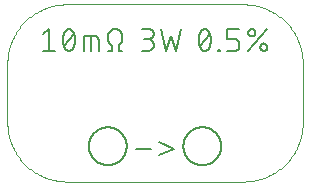
<source format=gto>
G04 EAGLE Gerber RS-274X export*
G75*
%MOMM*%
%FSLAX35Y35*%
%LPD*%
%INsilk_top*%
%IPPOS*%
%AMOC8*
5,1,8,0,0,1.08239X$1,22.5*%
G01*
%ADD10C,0.152400*%
%ADD11C,0.000000*%
%ADD12C,0.200000*%


D10*
X-952218Y451322D02*
X-900896Y492380D01*
X-900896Y307620D01*
X-952218Y307620D02*
X-849574Y307620D01*
X-779719Y400000D02*
X-779676Y403635D01*
X-779545Y407267D01*
X-779329Y410895D01*
X-779025Y414517D01*
X-778636Y418131D01*
X-778160Y421735D01*
X-777598Y425326D01*
X-776951Y428903D01*
X-776218Y432463D01*
X-775401Y436005D01*
X-774499Y439526D01*
X-773514Y443025D01*
X-772445Y446499D01*
X-771294Y449946D01*
X-770060Y453366D01*
X-768746Y456754D01*
X-767351Y460111D01*
X-765876Y463433D01*
X-764322Y466719D01*
X-764321Y466719D02*
X-764011Y467589D01*
X-763680Y468451D01*
X-763328Y469305D01*
X-762955Y470151D01*
X-762562Y470986D01*
X-762148Y471812D01*
X-761715Y472628D01*
X-761262Y473433D01*
X-760789Y474227D01*
X-760297Y475009D01*
X-759787Y475779D01*
X-759257Y476536D01*
X-758710Y477280D01*
X-758145Y478010D01*
X-757562Y478727D01*
X-756961Y479429D01*
X-756344Y480116D01*
X-755711Y480788D01*
X-755061Y481445D01*
X-754395Y482085D01*
X-753714Y482710D01*
X-753018Y483317D01*
X-752308Y483907D01*
X-751583Y484480D01*
X-750845Y485035D01*
X-750093Y485572D01*
X-749328Y486091D01*
X-748551Y486590D01*
X-747763Y487071D01*
X-746962Y487532D01*
X-746151Y487974D01*
X-745329Y488396D01*
X-744498Y488798D01*
X-743656Y489179D01*
X-742806Y489540D01*
X-741947Y489880D01*
X-741080Y490199D01*
X-740206Y490497D01*
X-739324Y490774D01*
X-738437Y491029D01*
X-737543Y491262D01*
X-736644Y491474D01*
X-735740Y491663D01*
X-734831Y491831D01*
X-733919Y491976D01*
X-733003Y492099D01*
X-732085Y492200D01*
X-731165Y492279D01*
X-730243Y492335D01*
X-729320Y492369D01*
X-728396Y492380D01*
X-727472Y492369D01*
X-726549Y492335D01*
X-725627Y492279D01*
X-724707Y492200D01*
X-723789Y492099D01*
X-722873Y491976D01*
X-721961Y491831D01*
X-721052Y491663D01*
X-720148Y491474D01*
X-719249Y491262D01*
X-718355Y491029D01*
X-717468Y490774D01*
X-716586Y490497D01*
X-715712Y490199D01*
X-714845Y489880D01*
X-713986Y489540D01*
X-713136Y489179D01*
X-712294Y488798D01*
X-711463Y488396D01*
X-710641Y487974D01*
X-709830Y487532D01*
X-709029Y487071D01*
X-708240Y486590D01*
X-707464Y486091D01*
X-706699Y485572D01*
X-705947Y485035D01*
X-705209Y484480D01*
X-704484Y483907D01*
X-703774Y483317D01*
X-703078Y482710D01*
X-702397Y482085D01*
X-701731Y481445D01*
X-701081Y480788D01*
X-700448Y480116D01*
X-699831Y479429D01*
X-699230Y478727D01*
X-698647Y478010D01*
X-698082Y477280D01*
X-697535Y476536D01*
X-697005Y475779D01*
X-696495Y475009D01*
X-696003Y474227D01*
X-695530Y473433D01*
X-695077Y472628D01*
X-694644Y471812D01*
X-694230Y470986D01*
X-693837Y470150D01*
X-693464Y469305D01*
X-693112Y468451D01*
X-692781Y467589D01*
X-692471Y466719D01*
X-690917Y463433D01*
X-689442Y460110D01*
X-688047Y456754D01*
X-686733Y453365D01*
X-685499Y449946D01*
X-684348Y446498D01*
X-683279Y443024D01*
X-682294Y439526D01*
X-681392Y436004D01*
X-680575Y432463D01*
X-679842Y428903D01*
X-679195Y425326D01*
X-678633Y421735D01*
X-678157Y418131D01*
X-677768Y414517D01*
X-677464Y410895D01*
X-677248Y407267D01*
X-677117Y403635D01*
X-677074Y400000D01*
X-779718Y400000D02*
X-779675Y396365D01*
X-779544Y392733D01*
X-779328Y389105D01*
X-779024Y385483D01*
X-778635Y381869D01*
X-778159Y378265D01*
X-777597Y374674D01*
X-776950Y371097D01*
X-776217Y367537D01*
X-775400Y363995D01*
X-774498Y360474D01*
X-773513Y356976D01*
X-772444Y353501D01*
X-771293Y350054D01*
X-770060Y346635D01*
X-768745Y343246D01*
X-767350Y339889D01*
X-765875Y336567D01*
X-764322Y333281D01*
X-764321Y333281D02*
X-764011Y332411D01*
X-763680Y331548D01*
X-763327Y330694D01*
X-762955Y329849D01*
X-762561Y329013D01*
X-762148Y328187D01*
X-761715Y327372D01*
X-761261Y326567D01*
X-760789Y325773D01*
X-760297Y324991D01*
X-759786Y324221D01*
X-759257Y323464D01*
X-758710Y322720D01*
X-758144Y321990D01*
X-757561Y321273D01*
X-756961Y320571D01*
X-756344Y319884D01*
X-755710Y319211D01*
X-755061Y318555D01*
X-754395Y317914D01*
X-753714Y317290D01*
X-753018Y316683D01*
X-752307Y316093D01*
X-751583Y315520D01*
X-750844Y314965D01*
X-750093Y314428D01*
X-749328Y313909D01*
X-748551Y313410D01*
X-747763Y312929D01*
X-746962Y312468D01*
X-746151Y312026D01*
X-745329Y311604D01*
X-744497Y311202D01*
X-743656Y310821D01*
X-742806Y310460D01*
X-741947Y310120D01*
X-741080Y309801D01*
X-740206Y309503D01*
X-739324Y309226D01*
X-738437Y308971D01*
X-737543Y308738D01*
X-736644Y308526D01*
X-735739Y308337D01*
X-734831Y308169D01*
X-733919Y308024D01*
X-733003Y307901D01*
X-732085Y307800D01*
X-731165Y307721D01*
X-730243Y307665D01*
X-729320Y307631D01*
X-728396Y307620D01*
X-692470Y333281D02*
X-690916Y336567D01*
X-689441Y339889D01*
X-688046Y343245D01*
X-686732Y346634D01*
X-685498Y350053D01*
X-684347Y353501D01*
X-683278Y356975D01*
X-682293Y360474D01*
X-681391Y363995D01*
X-680574Y367537D01*
X-679841Y371097D01*
X-679194Y374674D01*
X-678632Y378265D01*
X-678156Y381869D01*
X-677767Y385482D01*
X-677463Y389105D01*
X-677247Y392733D01*
X-677116Y396365D01*
X-677073Y400000D01*
X-692471Y333281D02*
X-692781Y332411D01*
X-693112Y331548D01*
X-693464Y330694D01*
X-693837Y329849D01*
X-694230Y329013D01*
X-694644Y328187D01*
X-695077Y327372D01*
X-695531Y326567D01*
X-696003Y325773D01*
X-696495Y324991D01*
X-697005Y324221D01*
X-697535Y323464D01*
X-698082Y322720D01*
X-698647Y321990D01*
X-699230Y321273D01*
X-699831Y320571D01*
X-700448Y319884D01*
X-701082Y319211D01*
X-701731Y318555D01*
X-702397Y317914D01*
X-703078Y317290D01*
X-703774Y316683D01*
X-704484Y316093D01*
X-705209Y315520D01*
X-705948Y314965D01*
X-706699Y314428D01*
X-707464Y313909D01*
X-708241Y313410D01*
X-709029Y312929D01*
X-709830Y312468D01*
X-710641Y312026D01*
X-711463Y311604D01*
X-712294Y311202D01*
X-713136Y310821D01*
X-713986Y310460D01*
X-714845Y310120D01*
X-715712Y309801D01*
X-716586Y309503D01*
X-717468Y309226D01*
X-718355Y308971D01*
X-719249Y308738D01*
X-720148Y308526D01*
X-721052Y308337D01*
X-721961Y308169D01*
X-722873Y308024D01*
X-723789Y307901D01*
X-724707Y307800D01*
X-725627Y307721D01*
X-726549Y307665D01*
X-727472Y307631D01*
X-728396Y307620D01*
X-769454Y348678D02*
X-687338Y451322D01*
X-600233Y430793D02*
X-600233Y307620D01*
X-600233Y430793D02*
X-507853Y430793D01*
X-507109Y430784D01*
X-506365Y430757D01*
X-505623Y430712D01*
X-504881Y430649D01*
X-504141Y430568D01*
X-503404Y430470D01*
X-502669Y430353D01*
X-501937Y430219D01*
X-501208Y430068D01*
X-500484Y429898D01*
X-499763Y429711D01*
X-499048Y429507D01*
X-498337Y429286D01*
X-497633Y429047D01*
X-496934Y428792D01*
X-496241Y428520D01*
X-495555Y428231D01*
X-494877Y427925D01*
X-494206Y427604D01*
X-493543Y427266D01*
X-492888Y426912D01*
X-492242Y426543D01*
X-491605Y426158D01*
X-490978Y425757D01*
X-490361Y425342D01*
X-489753Y424912D01*
X-489157Y424467D01*
X-488571Y424009D01*
X-487996Y423536D01*
X-487433Y423049D01*
X-486882Y422549D01*
X-486344Y422035D01*
X-485818Y421509D01*
X-485304Y420971D01*
X-484804Y420420D01*
X-484317Y419857D01*
X-483844Y419282D01*
X-483386Y418696D01*
X-482941Y418100D01*
X-482511Y417492D01*
X-482096Y416875D01*
X-481695Y416248D01*
X-481310Y415611D01*
X-480941Y414965D01*
X-480587Y414310D01*
X-480249Y413647D01*
X-479928Y412976D01*
X-479622Y412298D01*
X-479333Y411612D01*
X-479061Y410919D01*
X-478806Y410220D01*
X-478567Y409516D01*
X-478346Y408805D01*
X-478142Y408090D01*
X-477955Y407369D01*
X-477785Y406645D01*
X-477634Y405916D01*
X-477500Y405184D01*
X-477383Y404449D01*
X-477285Y403712D01*
X-477204Y402972D01*
X-477141Y402230D01*
X-477096Y401488D01*
X-477069Y400744D01*
X-477060Y400000D01*
X-477059Y400000D02*
X-477059Y307620D01*
X-538646Y307620D02*
X-538646Y430793D01*
X-398983Y430793D02*
X-398965Y432281D01*
X-398911Y433768D01*
X-398821Y435254D01*
X-398696Y436737D01*
X-398534Y438216D01*
X-398337Y439691D01*
X-398104Y441161D01*
X-397836Y442625D01*
X-397532Y444082D01*
X-397193Y445531D01*
X-396820Y446972D01*
X-396412Y448403D01*
X-395969Y449824D01*
X-395492Y451234D01*
X-394981Y452632D01*
X-394436Y454017D01*
X-393859Y455388D01*
X-393248Y456746D01*
X-392604Y458088D01*
X-391929Y459414D01*
X-391221Y460723D01*
X-390482Y462015D01*
X-389712Y463289D01*
X-388912Y464543D01*
X-388081Y465778D01*
X-387221Y466993D01*
X-386332Y468186D01*
X-385414Y469358D01*
X-384468Y470507D01*
X-383495Y471633D01*
X-382494Y472735D01*
X-381468Y473812D01*
X-380415Y474864D01*
X-379338Y475891D01*
X-378236Y476891D01*
X-377110Y477865D01*
X-375961Y478811D01*
X-374789Y479729D01*
X-373596Y480618D01*
X-372382Y481478D01*
X-371147Y482309D01*
X-369892Y483109D01*
X-368618Y483879D01*
X-367326Y484618D01*
X-366017Y485326D01*
X-364691Y486001D01*
X-363349Y486645D01*
X-361992Y487255D01*
X-360620Y487833D01*
X-359235Y488378D01*
X-357837Y488889D01*
X-356427Y489366D01*
X-355007Y489808D01*
X-353575Y490217D01*
X-352135Y490590D01*
X-350686Y490929D01*
X-349229Y491233D01*
X-347765Y491501D01*
X-346295Y491734D01*
X-344820Y491931D01*
X-343340Y492092D01*
X-341857Y492218D01*
X-340371Y492308D01*
X-338884Y492362D01*
X-337396Y492380D01*
X-398983Y430793D02*
X-398983Y410264D01*
X-398966Y408867D01*
X-398916Y407471D01*
X-398832Y406076D01*
X-398715Y404684D01*
X-398564Y403296D01*
X-398380Y401911D01*
X-398163Y400531D01*
X-397913Y399156D01*
X-397629Y397788D01*
X-397313Y396427D01*
X-396965Y395075D01*
X-396584Y393730D01*
X-396171Y392396D01*
X-395725Y391072D01*
X-395249Y389759D01*
X-394741Y388457D01*
X-394201Y387169D01*
X-393631Y385893D01*
X-393031Y384632D01*
X-392400Y383385D01*
X-391740Y382154D01*
X-391050Y380939D01*
X-390331Y379741D01*
X-389584Y378561D01*
X-388808Y377399D01*
X-388005Y376256D01*
X-387175Y375132D01*
X-386318Y374029D01*
X-385434Y372947D01*
X-384525Y371886D01*
X-383591Y370847D01*
X-382632Y369832D01*
X-381649Y368839D01*
X-380642Y367870D01*
X-379613Y366926D01*
X-378561Y366007D01*
X-377487Y365113D01*
X-376392Y364246D01*
X-375277Y363404D01*
X-374141Y362590D01*
X-372987Y361804D01*
X-371814Y361045D01*
X-370623Y360315D01*
X-369414Y359614D01*
X-368190Y358941D01*
X-368189Y358942D02*
X-368189Y307620D01*
X-398983Y307620D01*
X-275809Y430793D02*
X-275827Y432281D01*
X-275881Y433768D01*
X-275971Y435254D01*
X-276097Y436737D01*
X-276258Y438216D01*
X-276455Y439692D01*
X-276688Y441162D01*
X-276956Y442626D01*
X-277260Y444083D01*
X-277599Y445532D01*
X-277972Y446972D01*
X-278381Y448404D01*
X-278823Y449824D01*
X-279300Y451234D01*
X-279811Y452632D01*
X-280356Y454017D01*
X-280934Y455389D01*
X-281544Y456746D01*
X-282188Y458088D01*
X-282863Y459414D01*
X-283571Y460723D01*
X-284310Y462015D01*
X-285080Y463289D01*
X-285880Y464543D01*
X-286711Y465778D01*
X-287571Y466993D01*
X-288460Y468186D01*
X-289378Y469358D01*
X-290324Y470507D01*
X-291297Y471633D01*
X-292298Y472735D01*
X-293324Y473812D01*
X-294377Y474865D01*
X-295454Y475891D01*
X-296556Y476892D01*
X-297682Y477865D01*
X-298831Y478811D01*
X-300003Y479729D01*
X-301196Y480618D01*
X-302411Y481478D01*
X-303646Y482309D01*
X-304900Y483109D01*
X-306174Y483879D01*
X-307466Y484618D01*
X-308775Y485326D01*
X-310101Y486001D01*
X-311443Y486645D01*
X-312800Y487255D01*
X-314172Y487833D01*
X-315557Y488378D01*
X-316955Y488889D01*
X-318365Y489366D01*
X-319785Y489808D01*
X-321217Y490217D01*
X-322657Y490590D01*
X-324106Y490929D01*
X-325563Y491233D01*
X-327027Y491501D01*
X-328497Y491734D01*
X-329973Y491931D01*
X-331452Y492092D01*
X-332935Y492218D01*
X-334421Y492308D01*
X-335908Y492362D01*
X-337396Y492380D01*
X-275809Y430793D02*
X-275809Y410264D01*
X-275826Y408867D01*
X-275876Y407471D01*
X-275960Y406076D01*
X-276077Y404684D01*
X-276228Y403296D01*
X-276412Y401911D01*
X-276629Y400531D01*
X-276879Y399156D01*
X-277163Y397788D01*
X-277479Y396427D01*
X-277827Y395075D01*
X-278208Y393730D01*
X-278621Y392396D01*
X-279067Y391072D01*
X-279543Y389759D01*
X-280051Y388457D01*
X-280591Y387169D01*
X-281161Y385893D01*
X-281761Y384632D01*
X-282392Y383385D01*
X-283052Y382154D01*
X-283742Y380939D01*
X-284461Y379741D01*
X-285208Y378561D01*
X-285984Y377399D01*
X-286787Y376256D01*
X-287617Y375132D01*
X-288474Y374029D01*
X-289358Y372947D01*
X-290267Y371886D01*
X-291201Y370847D01*
X-292160Y369832D01*
X-293143Y368839D01*
X-294150Y367870D01*
X-295179Y366926D01*
X-296231Y366007D01*
X-297305Y365113D01*
X-298400Y364246D01*
X-299515Y363404D01*
X-300651Y362590D01*
X-301805Y361804D01*
X-302978Y361045D01*
X-304169Y360315D01*
X-305378Y359614D01*
X-306602Y358941D01*
X-306603Y358942D02*
X-306603Y307620D01*
X-275809Y307620D01*
X-112718Y307620D02*
X-61396Y307620D01*
X-60146Y307635D01*
X-58897Y307681D01*
X-57650Y307757D01*
X-56404Y307863D01*
X-55162Y308000D01*
X-53923Y308167D01*
X-52689Y308364D01*
X-51460Y308591D01*
X-50237Y308848D01*
X-49021Y309134D01*
X-47811Y309451D01*
X-46610Y309796D01*
X-45418Y310171D01*
X-44235Y310574D01*
X-43062Y311006D01*
X-41900Y311467D01*
X-40750Y311956D01*
X-39612Y312473D01*
X-38487Y313017D01*
X-37375Y313588D01*
X-36278Y314187D01*
X-35196Y314812D01*
X-34129Y315463D01*
X-33078Y316140D01*
X-32044Y316842D01*
X-31028Y317569D01*
X-30029Y318321D01*
X-29049Y319097D01*
X-28089Y319896D01*
X-27148Y320719D01*
X-26227Y321564D01*
X-25327Y322432D01*
X-24449Y323321D01*
X-23593Y324231D01*
X-22759Y325162D01*
X-21947Y326113D01*
X-21160Y327083D01*
X-20396Y328072D01*
X-19656Y329080D01*
X-18942Y330105D01*
X-18252Y331147D01*
X-17588Y332206D01*
X-16950Y333281D01*
X-16338Y334371D01*
X-15753Y335475D01*
X-15195Y336594D01*
X-14665Y337725D01*
X-14162Y338870D01*
X-13687Y340026D01*
X-13241Y341193D01*
X-12823Y342371D01*
X-12434Y343559D01*
X-12074Y344756D01*
X-11743Y345961D01*
X-11441Y347174D01*
X-11170Y348394D01*
X-10928Y349620D01*
X-10716Y350852D01*
X-10534Y352088D01*
X-10382Y353329D01*
X-10260Y354573D01*
X-10169Y355819D01*
X-10108Y357068D01*
X-10078Y358317D01*
X-10078Y359567D01*
X-10108Y360816D01*
X-10169Y362065D01*
X-10260Y363311D01*
X-10382Y364555D01*
X-10534Y365796D01*
X-10716Y367032D01*
X-10928Y368264D01*
X-11170Y369490D01*
X-11441Y370710D01*
X-11743Y371923D01*
X-12074Y373128D01*
X-12434Y374325D01*
X-12823Y375513D01*
X-13241Y376691D01*
X-13687Y377858D01*
X-14162Y379014D01*
X-14665Y380159D01*
X-15195Y381290D01*
X-15753Y382409D01*
X-16338Y383513D01*
X-16950Y384603D01*
X-17588Y385678D01*
X-18252Y386737D01*
X-18942Y387779D01*
X-19656Y388804D01*
X-20396Y389812D01*
X-21160Y390801D01*
X-21947Y391771D01*
X-22759Y392722D01*
X-23593Y393653D01*
X-24449Y394563D01*
X-25327Y395452D01*
X-26227Y396320D01*
X-27148Y397165D01*
X-28089Y397988D01*
X-29049Y398787D01*
X-30029Y399563D01*
X-31028Y400315D01*
X-32044Y401042D01*
X-33078Y401744D01*
X-34129Y402421D01*
X-35196Y403072D01*
X-36278Y403697D01*
X-37375Y404296D01*
X-38487Y404867D01*
X-39612Y405411D01*
X-40750Y405928D01*
X-41900Y406417D01*
X-43062Y406878D01*
X-44235Y407310D01*
X-45418Y407713D01*
X-46610Y408088D01*
X-47811Y408433D01*
X-49021Y408750D01*
X-50237Y409036D01*
X-51460Y409293D01*
X-52689Y409520D01*
X-53923Y409717D01*
X-55162Y409884D01*
X-56404Y410021D01*
X-57650Y410127D01*
X-58897Y410203D01*
X-60146Y410249D01*
X-61396Y410264D01*
X-51132Y492380D02*
X-112718Y492380D01*
X-51132Y492380D02*
X-50132Y492368D01*
X-49133Y492331D01*
X-48135Y492270D01*
X-47139Y492185D01*
X-46145Y492076D01*
X-45154Y491942D01*
X-44167Y491785D01*
X-43183Y491603D01*
X-42205Y491398D01*
X-41232Y491168D01*
X-40264Y490916D01*
X-39303Y490639D01*
X-38349Y490339D01*
X-37403Y490017D01*
X-36465Y489671D01*
X-35535Y489302D01*
X-34615Y488911D01*
X-33705Y488498D01*
X-32805Y488062D01*
X-31915Y487605D01*
X-31037Y487127D01*
X-30172Y486627D01*
X-29318Y486106D01*
X-28478Y485564D01*
X-27650Y485002D01*
X-26837Y484421D01*
X-26038Y483819D01*
X-25255Y483199D01*
X-24486Y482559D01*
X-23733Y481901D01*
X-22997Y481225D01*
X-22277Y480531D01*
X-21574Y479819D01*
X-20889Y479091D01*
X-20222Y478346D01*
X-19573Y477586D01*
X-18943Y476809D01*
X-18332Y476018D01*
X-17740Y475212D01*
X-17168Y474392D01*
X-16616Y473558D01*
X-16085Y472711D01*
X-15575Y471851D01*
X-15085Y470979D01*
X-14617Y470095D01*
X-14171Y469201D01*
X-13747Y468295D01*
X-13344Y467380D01*
X-12965Y466455D01*
X-12607Y465521D01*
X-12273Y464579D01*
X-11962Y463629D01*
X-11674Y462671D01*
X-11409Y461707D01*
X-11168Y460737D01*
X-10951Y459761D01*
X-10757Y458780D01*
X-10587Y457794D01*
X-10442Y456805D01*
X-10320Y455813D01*
X-10223Y454817D01*
X-10150Y453820D01*
X-10101Y452822D01*
X-10077Y451822D01*
X-10077Y450822D01*
X-10101Y449822D01*
X-10150Y448824D01*
X-10223Y447827D01*
X-10320Y446831D01*
X-10442Y445839D01*
X-10587Y444850D01*
X-10757Y443864D01*
X-10951Y442883D01*
X-11168Y441907D01*
X-11409Y440937D01*
X-11674Y439973D01*
X-11962Y439015D01*
X-12273Y438065D01*
X-12607Y437123D01*
X-12965Y436189D01*
X-13344Y435264D01*
X-13747Y434349D01*
X-14171Y433443D01*
X-14617Y432549D01*
X-15085Y431665D01*
X-15575Y430793D01*
X-16085Y429933D01*
X-16616Y429086D01*
X-17168Y428252D01*
X-17740Y427432D01*
X-18332Y426626D01*
X-18943Y425835D01*
X-19573Y425058D01*
X-20222Y424298D01*
X-20889Y423553D01*
X-21574Y422825D01*
X-22277Y422113D01*
X-22997Y421419D01*
X-23733Y420743D01*
X-24486Y420085D01*
X-25255Y419445D01*
X-26038Y418825D01*
X-26837Y418223D01*
X-27650Y417642D01*
X-28478Y417080D01*
X-29318Y416538D01*
X-30172Y416017D01*
X-31037Y415517D01*
X-31915Y415039D01*
X-32805Y414582D01*
X-33705Y414146D01*
X-34615Y413733D01*
X-35535Y413342D01*
X-36465Y412973D01*
X-37403Y412627D01*
X-38349Y412305D01*
X-39303Y412005D01*
X-40264Y411728D01*
X-41232Y411476D01*
X-42205Y411246D01*
X-43183Y411041D01*
X-44167Y410859D01*
X-45154Y410702D01*
X-46145Y410568D01*
X-47139Y410459D01*
X-48135Y410374D01*
X-49133Y410313D01*
X-50132Y410276D01*
X-51132Y410264D01*
X-92190Y410264D01*
X51988Y492380D02*
X93046Y307620D01*
X134103Y430793D01*
X175161Y307620D01*
X216219Y492380D01*
X385678Y466719D02*
X384124Y463433D01*
X382649Y460110D01*
X381254Y456754D01*
X379940Y453365D01*
X378706Y449946D01*
X377555Y446498D01*
X376486Y443024D01*
X375501Y439526D01*
X374599Y436004D01*
X373782Y432463D01*
X373049Y428903D01*
X372402Y425326D01*
X371840Y421735D01*
X371364Y418131D01*
X370975Y414517D01*
X370671Y410895D01*
X370455Y407267D01*
X370324Y403635D01*
X370281Y400000D01*
X385678Y466719D02*
X385988Y467589D01*
X386319Y468451D01*
X386671Y469305D01*
X387044Y470151D01*
X387437Y470986D01*
X387851Y471812D01*
X388284Y472628D01*
X388737Y473433D01*
X389210Y474227D01*
X389702Y475009D01*
X390212Y475779D01*
X390742Y476536D01*
X391289Y477280D01*
X391854Y478010D01*
X392437Y478727D01*
X393038Y479429D01*
X393655Y480116D01*
X394288Y480788D01*
X394938Y481445D01*
X395604Y482085D01*
X396285Y482710D01*
X396981Y483317D01*
X397691Y483907D01*
X398416Y484480D01*
X399154Y485035D01*
X399906Y485572D01*
X400671Y486091D01*
X401448Y486590D01*
X402236Y487071D01*
X403037Y487532D01*
X403848Y487974D01*
X404670Y488396D01*
X405501Y488798D01*
X406343Y489179D01*
X407193Y489540D01*
X408052Y489880D01*
X408919Y490199D01*
X409793Y490497D01*
X410675Y490774D01*
X411562Y491029D01*
X412456Y491262D01*
X413355Y491474D01*
X414259Y491663D01*
X415168Y491831D01*
X416080Y491976D01*
X416996Y492099D01*
X417914Y492200D01*
X418834Y492279D01*
X419756Y492335D01*
X420679Y492369D01*
X421603Y492380D01*
X422527Y492369D01*
X423450Y492335D01*
X424372Y492279D01*
X425292Y492200D01*
X426210Y492099D01*
X427126Y491976D01*
X428038Y491831D01*
X428947Y491663D01*
X429851Y491474D01*
X430750Y491262D01*
X431644Y491029D01*
X432532Y490774D01*
X433413Y490497D01*
X434287Y490199D01*
X435154Y489880D01*
X436013Y489540D01*
X436863Y489179D01*
X437705Y488798D01*
X438536Y488396D01*
X439358Y487974D01*
X440170Y487532D01*
X440970Y487071D01*
X441759Y486590D01*
X442536Y486090D01*
X443300Y485572D01*
X444052Y485035D01*
X444790Y484480D01*
X445515Y483907D01*
X446225Y483317D01*
X446921Y482709D01*
X447602Y482085D01*
X448268Y481445D01*
X448918Y480788D01*
X449551Y480116D01*
X450169Y479429D01*
X450769Y478727D01*
X451352Y478010D01*
X451917Y477280D01*
X452465Y476535D01*
X452994Y475778D01*
X453504Y475009D01*
X453996Y474227D01*
X454469Y473433D01*
X454922Y472628D01*
X455355Y471812D01*
X455769Y470986D01*
X456162Y470150D01*
X456535Y469305D01*
X456887Y468451D01*
X457218Y467589D01*
X457528Y466719D01*
X459082Y463433D01*
X460557Y460110D01*
X461952Y456754D01*
X463266Y453365D01*
X464500Y449946D01*
X465651Y446498D01*
X466720Y443024D01*
X467705Y439526D01*
X468607Y436004D01*
X469424Y432463D01*
X470157Y428903D01*
X470804Y425326D01*
X471366Y421735D01*
X471842Y418131D01*
X472231Y414517D01*
X472535Y410895D01*
X472751Y407267D01*
X472882Y403635D01*
X472925Y400000D01*
X370281Y400000D02*
X370324Y396365D01*
X370455Y392733D01*
X370671Y389105D01*
X370975Y385483D01*
X371364Y381869D01*
X371840Y378265D01*
X372402Y374674D01*
X373049Y371097D01*
X373782Y367537D01*
X374599Y363995D01*
X375501Y360474D01*
X376486Y356975D01*
X377555Y353501D01*
X378706Y350054D01*
X379940Y346634D01*
X381254Y343246D01*
X382649Y339889D01*
X384124Y336567D01*
X385678Y333281D01*
X385988Y332411D01*
X386319Y331548D01*
X386672Y330694D01*
X387044Y329849D01*
X387438Y329013D01*
X387851Y328187D01*
X388284Y327372D01*
X388738Y326567D01*
X389210Y325773D01*
X389702Y324991D01*
X390213Y324221D01*
X390742Y323464D01*
X391289Y322720D01*
X391855Y321990D01*
X392438Y321273D01*
X393038Y320571D01*
X393655Y319884D01*
X394289Y319211D01*
X394938Y318555D01*
X395604Y317914D01*
X396285Y317290D01*
X396981Y316683D01*
X397692Y316093D01*
X398416Y315520D01*
X399155Y314965D01*
X399906Y314428D01*
X400671Y313909D01*
X401448Y313410D01*
X402236Y312929D01*
X403037Y312468D01*
X403848Y312026D01*
X404670Y311604D01*
X405502Y311202D01*
X406343Y310821D01*
X407193Y310460D01*
X408052Y310120D01*
X408919Y309801D01*
X409793Y309503D01*
X410675Y309226D01*
X411562Y308971D01*
X412456Y308738D01*
X413355Y308526D01*
X414260Y308337D01*
X415168Y308169D01*
X416080Y308024D01*
X416996Y307901D01*
X417914Y307800D01*
X418834Y307721D01*
X419756Y307665D01*
X420679Y307631D01*
X421603Y307620D01*
X457529Y333281D02*
X459083Y336567D01*
X460558Y339889D01*
X461953Y343245D01*
X463267Y346634D01*
X464501Y350053D01*
X465652Y353501D01*
X466721Y356975D01*
X467706Y360474D01*
X468608Y363995D01*
X469425Y367537D01*
X470158Y371097D01*
X470805Y374674D01*
X471367Y378265D01*
X471843Y381869D01*
X472232Y385482D01*
X472536Y389105D01*
X472752Y392733D01*
X472883Y396365D01*
X472926Y400000D01*
X457528Y333281D02*
X457218Y332411D01*
X456887Y331549D01*
X456535Y330695D01*
X456162Y329850D01*
X455769Y329014D01*
X455355Y328188D01*
X454922Y327372D01*
X454469Y326567D01*
X453996Y325773D01*
X453504Y324991D01*
X452994Y324221D01*
X452464Y323464D01*
X451917Y322720D01*
X451352Y321990D01*
X450769Y321273D01*
X450168Y320571D01*
X449551Y319884D01*
X448918Y319212D01*
X448268Y318555D01*
X447602Y317915D01*
X446921Y317290D01*
X446225Y316683D01*
X445515Y316093D01*
X444790Y315520D01*
X444052Y314965D01*
X443300Y314428D01*
X442535Y313909D01*
X441759Y313410D01*
X440970Y312929D01*
X440169Y312468D01*
X439358Y312026D01*
X438536Y311604D01*
X437705Y311202D01*
X436863Y310821D01*
X436013Y310460D01*
X435154Y310120D01*
X434287Y309801D01*
X433413Y309503D01*
X432531Y309226D01*
X431644Y308971D01*
X430750Y308738D01*
X429851Y308526D01*
X428947Y308337D01*
X428038Y308169D01*
X427126Y308024D01*
X426210Y307901D01*
X425292Y307800D01*
X424372Y307721D01*
X423450Y307665D01*
X422527Y307631D01*
X421603Y307620D01*
X380545Y348678D02*
X462661Y451322D01*
X537221Y317884D02*
X537221Y307620D01*
X537221Y317884D02*
X547485Y317884D01*
X547485Y307620D01*
X537221Y307620D01*
X611781Y307620D02*
X673368Y307620D01*
X674376Y307632D01*
X675383Y307669D01*
X676388Y307731D01*
X677392Y307818D01*
X678394Y307929D01*
X679392Y308064D01*
X680387Y308224D01*
X681378Y308409D01*
X682364Y308618D01*
X683344Y308850D01*
X684319Y309107D01*
X685286Y309388D01*
X686247Y309692D01*
X687200Y310020D01*
X688145Y310371D01*
X689080Y310745D01*
X690006Y311142D01*
X690922Y311562D01*
X691828Y312004D01*
X692723Y312468D01*
X693605Y312954D01*
X694476Y313461D01*
X695334Y313990D01*
X696179Y314539D01*
X697009Y315110D01*
X697826Y315700D01*
X698628Y316310D01*
X699415Y316940D01*
X700186Y317588D01*
X700941Y318256D01*
X701679Y318942D01*
X702400Y319645D01*
X703104Y320367D01*
X703790Y321105D01*
X704457Y321860D01*
X705106Y322631D01*
X705736Y323418D01*
X706346Y324220D01*
X706936Y325036D01*
X707506Y325867D01*
X708056Y326712D01*
X708585Y327570D01*
X709092Y328440D01*
X709578Y329323D01*
X710042Y330218D01*
X710484Y331123D01*
X710904Y332039D01*
X711301Y332966D01*
X711675Y333901D01*
X712026Y334846D01*
X712354Y335799D01*
X712658Y336759D01*
X712939Y337727D01*
X713195Y338701D01*
X713428Y339682D01*
X713637Y340668D01*
X713821Y341658D01*
X713982Y342653D01*
X714117Y343652D01*
X714228Y344653D01*
X714315Y345657D01*
X714377Y346663D01*
X714414Y347670D01*
X714426Y348678D01*
X714425Y348678D02*
X714425Y369207D01*
X714426Y369207D02*
X714414Y370199D01*
X714378Y371191D01*
X714318Y372181D01*
X714234Y373170D01*
X714127Y374156D01*
X713995Y375139D01*
X713840Y376119D01*
X713661Y377095D01*
X713459Y378067D01*
X713233Y379033D01*
X712984Y379993D01*
X712712Y380947D01*
X712416Y381895D01*
X712098Y382834D01*
X711758Y383766D01*
X711395Y384690D01*
X711010Y385604D01*
X710602Y386509D01*
X710173Y387404D01*
X709723Y388288D01*
X709251Y389161D01*
X708759Y390022D01*
X708245Y390871D01*
X707712Y391707D01*
X707158Y392531D01*
X706585Y393340D01*
X705992Y394136D01*
X705380Y394917D01*
X704749Y395683D01*
X704100Y396433D01*
X703433Y397168D01*
X702749Y397886D01*
X702047Y398588D01*
X701329Y399272D01*
X700594Y399939D01*
X699844Y400588D01*
X699078Y401219D01*
X698297Y401831D01*
X697501Y402424D01*
X696692Y402997D01*
X695868Y403551D01*
X695032Y404084D01*
X694183Y404598D01*
X693322Y405090D01*
X692449Y405562D01*
X691565Y406012D01*
X690670Y406441D01*
X689765Y406849D01*
X688851Y407234D01*
X687927Y407597D01*
X686995Y407937D01*
X686056Y408255D01*
X685108Y408551D01*
X684154Y408823D01*
X683194Y409072D01*
X682228Y409298D01*
X681256Y409500D01*
X680280Y409679D01*
X679300Y409834D01*
X678317Y409966D01*
X677331Y410073D01*
X676342Y410157D01*
X675352Y410217D01*
X674360Y410253D01*
X673368Y410265D01*
X673368Y410264D02*
X611781Y410264D01*
X611781Y492380D01*
X714425Y492380D01*
X787988Y307620D02*
X952218Y492380D01*
X849574Y461587D02*
X849565Y462337D01*
X849537Y463086D01*
X849492Y463835D01*
X849428Y464582D01*
X849346Y465327D01*
X849246Y466070D01*
X849128Y466811D01*
X848991Y467548D01*
X848837Y468282D01*
X848665Y469012D01*
X848476Y469738D01*
X848268Y470458D01*
X848044Y471174D01*
X847801Y471884D01*
X847542Y472587D01*
X847266Y473284D01*
X846972Y473974D01*
X846662Y474657D01*
X846336Y475332D01*
X845993Y475999D01*
X845634Y476658D01*
X845259Y477307D01*
X844868Y477947D01*
X844462Y478578D01*
X844041Y479198D01*
X843605Y479808D01*
X843154Y480407D01*
X842688Y480995D01*
X842208Y481571D01*
X841715Y482136D01*
X841208Y482688D01*
X840687Y483228D01*
X840154Y483755D01*
X839607Y484269D01*
X839049Y484769D01*
X838478Y485256D01*
X837896Y485729D01*
X837303Y486187D01*
X836698Y486631D01*
X836083Y487060D01*
X835458Y487473D01*
X834822Y487872D01*
X834178Y488255D01*
X833524Y488622D01*
X832861Y488973D01*
X832190Y489307D01*
X831511Y489626D01*
X830824Y489927D01*
X830131Y490212D01*
X829430Y490480D01*
X828723Y490731D01*
X828011Y490964D01*
X827293Y491180D01*
X826570Y491379D01*
X825842Y491560D01*
X825110Y491723D01*
X824374Y491868D01*
X823635Y491995D01*
X822893Y492104D01*
X822149Y492195D01*
X821403Y492268D01*
X820655Y492323D01*
X819906Y492359D01*
X819156Y492378D01*
X818406Y492378D01*
X817656Y492359D01*
X816907Y492323D01*
X816159Y492268D01*
X815413Y492195D01*
X814669Y492104D01*
X813927Y491995D01*
X813188Y491868D01*
X812452Y491723D01*
X811720Y491560D01*
X810992Y491379D01*
X810269Y491180D01*
X809551Y490964D01*
X808839Y490731D01*
X808132Y490480D01*
X807431Y490212D01*
X806738Y489927D01*
X806051Y489626D01*
X805372Y489307D01*
X804701Y488973D01*
X804038Y488622D01*
X803385Y488255D01*
X802740Y487872D01*
X802104Y487473D01*
X801479Y487060D01*
X800864Y486631D01*
X800259Y486187D01*
X799666Y485729D01*
X799084Y485256D01*
X798513Y484769D01*
X797955Y484269D01*
X797408Y483755D01*
X796875Y483228D01*
X796354Y482688D01*
X795847Y482136D01*
X795354Y481571D01*
X794874Y480995D01*
X794408Y480407D01*
X793957Y479808D01*
X793521Y479198D01*
X793100Y478578D01*
X792694Y477947D01*
X792303Y477307D01*
X791928Y476658D01*
X791569Y475999D01*
X791226Y475332D01*
X790900Y474657D01*
X790590Y473974D01*
X790296Y473284D01*
X790020Y472587D01*
X789761Y471884D01*
X789518Y471174D01*
X789294Y470458D01*
X789086Y469738D01*
X788897Y469012D01*
X788725Y468282D01*
X788571Y467548D01*
X788434Y466811D01*
X788316Y466070D01*
X788216Y465327D01*
X788134Y464582D01*
X788070Y463835D01*
X788025Y463086D01*
X787997Y462337D01*
X787988Y461587D01*
X787997Y460837D01*
X788025Y460088D01*
X788070Y459339D01*
X788134Y458592D01*
X788216Y457847D01*
X788316Y457104D01*
X788434Y456363D01*
X788571Y455626D01*
X788725Y454892D01*
X788897Y454162D01*
X789086Y453436D01*
X789294Y452716D01*
X789518Y452000D01*
X789761Y451290D01*
X790020Y450587D01*
X790296Y449890D01*
X790590Y449200D01*
X790900Y448517D01*
X791226Y447842D01*
X791569Y447175D01*
X791928Y446516D01*
X792303Y445867D01*
X792694Y445227D01*
X793100Y444596D01*
X793521Y443976D01*
X793957Y443366D01*
X794408Y442767D01*
X794874Y442179D01*
X795354Y441603D01*
X795847Y441038D01*
X796354Y440486D01*
X796875Y439946D01*
X797408Y439419D01*
X797955Y438905D01*
X798513Y438405D01*
X799084Y437918D01*
X799666Y437445D01*
X800259Y436987D01*
X800864Y436543D01*
X801479Y436114D01*
X802104Y435701D01*
X802740Y435302D01*
X803385Y434919D01*
X804038Y434552D01*
X804701Y434201D01*
X805372Y433867D01*
X806051Y433548D01*
X806738Y433247D01*
X807431Y432962D01*
X808132Y432694D01*
X808839Y432443D01*
X809551Y432210D01*
X810269Y431994D01*
X810992Y431795D01*
X811720Y431614D01*
X812452Y431451D01*
X813188Y431306D01*
X813927Y431179D01*
X814669Y431070D01*
X815413Y430979D01*
X816159Y430906D01*
X816907Y430851D01*
X817656Y430815D01*
X818406Y430796D01*
X819156Y430796D01*
X819906Y430815D01*
X820655Y430851D01*
X821403Y430906D01*
X822149Y430979D01*
X822893Y431070D01*
X823635Y431179D01*
X824374Y431306D01*
X825110Y431451D01*
X825842Y431614D01*
X826570Y431795D01*
X827293Y431994D01*
X828011Y432210D01*
X828723Y432443D01*
X829430Y432694D01*
X830131Y432962D01*
X830824Y433247D01*
X831511Y433548D01*
X832190Y433867D01*
X832861Y434201D01*
X833524Y434552D01*
X834178Y434919D01*
X834822Y435302D01*
X835458Y435701D01*
X836083Y436114D01*
X836698Y436543D01*
X837303Y436987D01*
X837896Y437445D01*
X838478Y437918D01*
X839049Y438405D01*
X839607Y438905D01*
X840154Y439419D01*
X840687Y439946D01*
X841208Y440486D01*
X841715Y441038D01*
X842208Y441603D01*
X842688Y442179D01*
X843154Y442767D01*
X843605Y443366D01*
X844041Y443976D01*
X844462Y444596D01*
X844868Y445227D01*
X845259Y445867D01*
X845634Y446516D01*
X845993Y447175D01*
X846336Y447842D01*
X846662Y448517D01*
X846972Y449200D01*
X847266Y449890D01*
X847542Y450587D01*
X847801Y451290D01*
X848044Y452000D01*
X848268Y452716D01*
X848476Y453436D01*
X848665Y454162D01*
X848837Y454892D01*
X848991Y455626D01*
X849128Y456363D01*
X849246Y457104D01*
X849346Y457847D01*
X849428Y458592D01*
X849492Y459339D01*
X849537Y460088D01*
X849565Y460837D01*
X849574Y461587D01*
X890632Y338413D02*
X890641Y339163D01*
X890669Y339912D01*
X890714Y340661D01*
X890778Y341408D01*
X890860Y342153D01*
X890960Y342896D01*
X891078Y343637D01*
X891215Y344374D01*
X891369Y345108D01*
X891541Y345838D01*
X891730Y346564D01*
X891938Y347284D01*
X892162Y348000D01*
X892405Y348710D01*
X892664Y349413D01*
X892940Y350110D01*
X893234Y350800D01*
X893544Y351483D01*
X893870Y352158D01*
X894213Y352825D01*
X894572Y353484D01*
X894947Y354133D01*
X895338Y354773D01*
X895744Y355404D01*
X896165Y356024D01*
X896601Y356634D01*
X897052Y357233D01*
X897518Y357821D01*
X897998Y358397D01*
X898491Y358962D01*
X898998Y359514D01*
X899519Y360054D01*
X900052Y360581D01*
X900599Y361095D01*
X901157Y361595D01*
X901728Y362082D01*
X902310Y362555D01*
X902903Y363013D01*
X903508Y363457D01*
X904123Y363886D01*
X904748Y364299D01*
X905384Y364698D01*
X906029Y365081D01*
X906682Y365448D01*
X907345Y365799D01*
X908016Y366133D01*
X908695Y366452D01*
X909382Y366753D01*
X910075Y367038D01*
X910776Y367306D01*
X911483Y367557D01*
X912195Y367790D01*
X912913Y368006D01*
X913636Y368205D01*
X914364Y368386D01*
X915096Y368549D01*
X915832Y368694D01*
X916571Y368821D01*
X917313Y368930D01*
X918057Y369021D01*
X918803Y369094D01*
X919551Y369149D01*
X920300Y369185D01*
X921050Y369204D01*
X921800Y369204D01*
X922550Y369185D01*
X923299Y369149D01*
X924047Y369094D01*
X924793Y369021D01*
X925537Y368930D01*
X926279Y368821D01*
X927018Y368694D01*
X927754Y368549D01*
X928486Y368386D01*
X929214Y368205D01*
X929937Y368006D01*
X930655Y367790D01*
X931367Y367557D01*
X932074Y367306D01*
X932775Y367038D01*
X933468Y366753D01*
X934155Y366452D01*
X934834Y366133D01*
X935505Y365799D01*
X936168Y365448D01*
X936822Y365081D01*
X937466Y364698D01*
X938102Y364299D01*
X938727Y363886D01*
X939342Y363457D01*
X939947Y363013D01*
X940540Y362555D01*
X941122Y362082D01*
X941693Y361595D01*
X942251Y361095D01*
X942798Y360581D01*
X943331Y360054D01*
X943852Y359514D01*
X944359Y358962D01*
X944852Y358397D01*
X945332Y357821D01*
X945798Y357233D01*
X946249Y356634D01*
X946685Y356024D01*
X947106Y355404D01*
X947512Y354773D01*
X947903Y354133D01*
X948278Y353484D01*
X948637Y352825D01*
X948980Y352158D01*
X949306Y351483D01*
X949616Y350800D01*
X949910Y350110D01*
X950186Y349413D01*
X950445Y348710D01*
X950688Y348000D01*
X950912Y347284D01*
X951120Y346564D01*
X951309Y345838D01*
X951481Y345108D01*
X951635Y344374D01*
X951772Y343637D01*
X951890Y342896D01*
X951990Y342153D01*
X952072Y341408D01*
X952136Y340661D01*
X952181Y339912D01*
X952209Y339163D01*
X952218Y338413D01*
X952209Y337663D01*
X952181Y336914D01*
X952136Y336165D01*
X952072Y335418D01*
X951990Y334673D01*
X951890Y333930D01*
X951772Y333189D01*
X951635Y332452D01*
X951481Y331718D01*
X951309Y330988D01*
X951120Y330262D01*
X950912Y329542D01*
X950688Y328826D01*
X950445Y328116D01*
X950186Y327413D01*
X949910Y326716D01*
X949616Y326026D01*
X949306Y325343D01*
X948980Y324668D01*
X948637Y324001D01*
X948278Y323342D01*
X947903Y322693D01*
X947512Y322053D01*
X947106Y321422D01*
X946685Y320802D01*
X946249Y320192D01*
X945798Y319593D01*
X945332Y319005D01*
X944852Y318429D01*
X944359Y317864D01*
X943852Y317312D01*
X943331Y316772D01*
X942798Y316245D01*
X942251Y315731D01*
X941693Y315231D01*
X941122Y314744D01*
X940540Y314271D01*
X939947Y313813D01*
X939342Y313369D01*
X938727Y312940D01*
X938102Y312527D01*
X937466Y312128D01*
X936822Y311745D01*
X936168Y311378D01*
X935505Y311027D01*
X934834Y310693D01*
X934155Y310374D01*
X933468Y310073D01*
X932775Y309788D01*
X932074Y309520D01*
X931367Y309269D01*
X930655Y309036D01*
X929937Y308820D01*
X929214Y308621D01*
X928486Y308440D01*
X927754Y308277D01*
X927018Y308132D01*
X926279Y308005D01*
X925537Y307896D01*
X924793Y307805D01*
X924047Y307732D01*
X923299Y307677D01*
X922550Y307641D01*
X921800Y307622D01*
X921050Y307622D01*
X920300Y307641D01*
X919551Y307677D01*
X918803Y307732D01*
X918057Y307805D01*
X917313Y307896D01*
X916571Y308005D01*
X915832Y308132D01*
X915096Y308277D01*
X914364Y308440D01*
X913636Y308621D01*
X912913Y308820D01*
X912195Y309036D01*
X911483Y309269D01*
X910776Y309520D01*
X910075Y309788D01*
X909382Y310073D01*
X908695Y310374D01*
X908016Y310693D01*
X907345Y311027D01*
X906682Y311378D01*
X906029Y311745D01*
X905384Y312128D01*
X904748Y312527D01*
X904123Y312940D01*
X903508Y313369D01*
X902903Y313813D01*
X902310Y314271D01*
X901728Y314744D01*
X901157Y315231D01*
X900599Y315731D01*
X900052Y316245D01*
X899519Y316772D01*
X898998Y317312D01*
X898491Y317864D01*
X897998Y318429D01*
X897518Y319005D01*
X897052Y319593D01*
X896601Y320192D01*
X896165Y320802D01*
X895744Y321422D01*
X895338Y322053D01*
X894947Y322693D01*
X894572Y323342D01*
X894213Y324001D01*
X893870Y324668D01*
X893544Y325343D01*
X893234Y326026D01*
X892940Y326716D01*
X892664Y327413D01*
X892405Y328116D01*
X892162Y328826D01*
X891938Y329542D01*
X891730Y330262D01*
X891541Y330988D01*
X891369Y331718D01*
X891215Y332452D01*
X891078Y333189D01*
X890960Y333930D01*
X890860Y334673D01*
X890778Y335418D01*
X890714Y336165D01*
X890669Y336914D01*
X890641Y337663D01*
X890632Y338413D01*
D11*
X750000Y700000D02*
X-750000Y700000D01*
X750000Y700000D02*
X762082Y699854D01*
X774157Y699416D01*
X786217Y698687D01*
X798257Y697666D01*
X810268Y696354D01*
X822245Y694753D01*
X834179Y692863D01*
X846063Y690685D01*
X857892Y688221D01*
X869658Y685471D01*
X881354Y682438D01*
X892973Y679123D01*
X904508Y675528D01*
X915954Y671656D01*
X927302Y667508D01*
X938547Y663087D01*
X949682Y658396D01*
X960701Y653437D01*
X971596Y648213D01*
X982362Y642728D01*
X992992Y636984D01*
X1003480Y630985D01*
X1013820Y624734D01*
X1024006Y618235D01*
X1034032Y611492D01*
X1043893Y604508D01*
X1053581Y597289D01*
X1063093Y589837D01*
X1072421Y582158D01*
X1081561Y574255D01*
X1090508Y566134D01*
X1099256Y557799D01*
X1107799Y549256D01*
X1116134Y540508D01*
X1124255Y531561D01*
X1132158Y522421D01*
X1139837Y513093D01*
X1147289Y503581D01*
X1154508Y493893D01*
X1161492Y484032D01*
X1168235Y474006D01*
X1174734Y463820D01*
X1180985Y453480D01*
X1186984Y442992D01*
X1192728Y432362D01*
X1198213Y421596D01*
X1203437Y410701D01*
X1208396Y399682D01*
X1213087Y388547D01*
X1217508Y377302D01*
X1221656Y365954D01*
X1225528Y354508D01*
X1229123Y342973D01*
X1232438Y331354D01*
X1235471Y319658D01*
X1238221Y307892D01*
X1240685Y296063D01*
X1242863Y284179D01*
X1244753Y272245D01*
X1246354Y260268D01*
X1247666Y248257D01*
X1248687Y236217D01*
X1249416Y224157D01*
X1249854Y212082D01*
X1250000Y200000D01*
X1250000Y-300000D01*
X1249854Y-312082D01*
X1249416Y-324157D01*
X1248687Y-336217D01*
X1247666Y-348257D01*
X1246354Y-360268D01*
X1244753Y-372245D01*
X1242863Y-384179D01*
X1240685Y-396063D01*
X1238221Y-407892D01*
X1235471Y-419658D01*
X1232438Y-431354D01*
X1229123Y-442973D01*
X1225528Y-454508D01*
X1221656Y-465954D01*
X1217508Y-477302D01*
X1213087Y-488547D01*
X1208396Y-499682D01*
X1203437Y-510701D01*
X1198213Y-521596D01*
X1192728Y-532362D01*
X1186984Y-542992D01*
X1180985Y-553480D01*
X1174734Y-563820D01*
X1168235Y-574006D01*
X1161492Y-584032D01*
X1154508Y-593893D01*
X1147289Y-603581D01*
X1139837Y-613093D01*
X1132158Y-622421D01*
X1124255Y-631561D01*
X1116134Y-640508D01*
X1107799Y-649256D01*
X1099256Y-657799D01*
X1090508Y-666134D01*
X1081561Y-674255D01*
X1072421Y-682158D01*
X1063093Y-689837D01*
X1053581Y-697289D01*
X1043893Y-704508D01*
X1034032Y-711492D01*
X1024006Y-718235D01*
X1013820Y-724734D01*
X1003480Y-730985D01*
X992992Y-736984D01*
X982362Y-742728D01*
X971596Y-748213D01*
X960701Y-753437D01*
X949682Y-758396D01*
X938547Y-763087D01*
X927302Y-767508D01*
X915954Y-771656D01*
X904508Y-775528D01*
X892973Y-779123D01*
X881354Y-782438D01*
X869658Y-785471D01*
X857892Y-788221D01*
X846063Y-790685D01*
X834179Y-792863D01*
X822245Y-794753D01*
X810268Y-796354D01*
X798257Y-797666D01*
X786217Y-798687D01*
X774157Y-799416D01*
X762082Y-799854D01*
X750000Y-800000D01*
X-750000Y-800000D01*
X-762082Y-799854D01*
X-774157Y-799416D01*
X-786217Y-798687D01*
X-798257Y-797666D01*
X-810268Y-796354D01*
X-822245Y-794753D01*
X-834179Y-792863D01*
X-846063Y-790685D01*
X-857892Y-788221D01*
X-869658Y-785471D01*
X-881354Y-782438D01*
X-892973Y-779123D01*
X-904508Y-775528D01*
X-915954Y-771656D01*
X-927302Y-767508D01*
X-938547Y-763087D01*
X-949682Y-758396D01*
X-960701Y-753437D01*
X-971596Y-748213D01*
X-982362Y-742728D01*
X-992992Y-736984D01*
X-1003480Y-730985D01*
X-1013820Y-724734D01*
X-1024006Y-718235D01*
X-1034032Y-711492D01*
X-1043893Y-704508D01*
X-1053581Y-697289D01*
X-1063093Y-689837D01*
X-1072421Y-682158D01*
X-1081561Y-674255D01*
X-1090508Y-666134D01*
X-1099256Y-657799D01*
X-1107799Y-649256D01*
X-1116134Y-640508D01*
X-1124255Y-631561D01*
X-1132158Y-622421D01*
X-1139837Y-613093D01*
X-1147289Y-603581D01*
X-1154508Y-593893D01*
X-1161492Y-584032D01*
X-1168235Y-574006D01*
X-1174734Y-563820D01*
X-1180985Y-553480D01*
X-1186984Y-542992D01*
X-1192728Y-532362D01*
X-1198213Y-521596D01*
X-1203437Y-510701D01*
X-1208396Y-499682D01*
X-1213087Y-488547D01*
X-1217508Y-477302D01*
X-1221656Y-465954D01*
X-1225528Y-454508D01*
X-1229123Y-442973D01*
X-1232438Y-431354D01*
X-1235471Y-419658D01*
X-1238221Y-407892D01*
X-1240685Y-396063D01*
X-1242863Y-384179D01*
X-1244753Y-372245D01*
X-1246354Y-360268D01*
X-1247666Y-348257D01*
X-1248687Y-336217D01*
X-1249416Y-324157D01*
X-1249854Y-312082D01*
X-1250000Y-300000D01*
X-1250000Y200000D01*
X-1249854Y212082D01*
X-1249416Y224157D01*
X-1248687Y236217D01*
X-1247666Y248257D01*
X-1246354Y260268D01*
X-1244753Y272245D01*
X-1242863Y284179D01*
X-1240685Y296063D01*
X-1238221Y307892D01*
X-1235471Y319658D01*
X-1232438Y331354D01*
X-1229123Y342973D01*
X-1225528Y354508D01*
X-1221656Y365954D01*
X-1217508Y377302D01*
X-1213087Y388547D01*
X-1208396Y399682D01*
X-1203437Y410701D01*
X-1198213Y421596D01*
X-1192728Y432362D01*
X-1186984Y442992D01*
X-1180985Y453480D01*
X-1174734Y463820D01*
X-1168235Y474006D01*
X-1161492Y484032D01*
X-1154508Y493893D01*
X-1147289Y503581D01*
X-1139837Y513093D01*
X-1132158Y522421D01*
X-1124255Y531561D01*
X-1116134Y540508D01*
X-1107799Y549256D01*
X-1099256Y557799D01*
X-1090508Y566134D01*
X-1081561Y574255D01*
X-1072421Y582158D01*
X-1063093Y589837D01*
X-1053581Y597289D01*
X-1043893Y604508D01*
X-1034032Y611492D01*
X-1024006Y618235D01*
X-1013820Y624734D01*
X-1003480Y630985D01*
X-992992Y636984D01*
X-982362Y642728D01*
X-971596Y648213D01*
X-960701Y653437D01*
X-949682Y658396D01*
X-938547Y663087D01*
X-927302Y667508D01*
X-915954Y671656D01*
X-904508Y675528D01*
X-892973Y679123D01*
X-881354Y682438D01*
X-869658Y685471D01*
X-857892Y688221D01*
X-846063Y690685D01*
X-834179Y692863D01*
X-822245Y694753D01*
X-810268Y696354D01*
X-798257Y697666D01*
X-786217Y698687D01*
X-774157Y699416D01*
X-762082Y699854D01*
X-750000Y700000D01*
D10*
X-159337Y-520529D02*
X-36163Y-520529D01*
X36163Y-469207D02*
X159337Y-520529D01*
X36163Y-571851D01*
D12*
X240000Y-500000D02*
X240048Y-496073D01*
X240193Y-492149D01*
X240434Y-488230D01*
X240770Y-484317D01*
X241203Y-480414D01*
X241732Y-476523D01*
X242356Y-472646D01*
X243074Y-468786D01*
X243888Y-464944D01*
X244795Y-461123D01*
X245796Y-457326D01*
X246890Y-453554D01*
X248075Y-449811D01*
X249353Y-446098D01*
X250721Y-442417D01*
X252179Y-438771D01*
X253726Y-435161D01*
X255362Y-431591D01*
X257084Y-428062D01*
X258893Y-424577D01*
X260786Y-421136D01*
X262763Y-417744D01*
X264823Y-414400D01*
X266965Y-411109D01*
X269186Y-407871D01*
X271487Y-404688D01*
X273865Y-401563D01*
X276318Y-398497D01*
X278847Y-395492D01*
X281448Y-392551D01*
X284120Y-389674D01*
X286863Y-386863D01*
X289674Y-384120D01*
X292551Y-381448D01*
X295492Y-378847D01*
X298497Y-376318D01*
X301563Y-373865D01*
X304688Y-371487D01*
X307871Y-369186D01*
X311109Y-366965D01*
X314400Y-364823D01*
X317744Y-362763D01*
X321136Y-360786D01*
X324577Y-358893D01*
X328062Y-357084D01*
X331591Y-355362D01*
X335161Y-353726D01*
X338771Y-352179D01*
X342417Y-350721D01*
X346098Y-349353D01*
X349811Y-348075D01*
X353554Y-346890D01*
X357326Y-345796D01*
X361123Y-344795D01*
X364944Y-343888D01*
X368786Y-343074D01*
X372646Y-342356D01*
X376523Y-341732D01*
X380414Y-341203D01*
X384317Y-340770D01*
X388230Y-340434D01*
X392149Y-340193D01*
X396073Y-340048D01*
X400000Y-340000D01*
X403927Y-340048D01*
X407851Y-340193D01*
X411770Y-340434D01*
X415683Y-340770D01*
X419586Y-341203D01*
X423477Y-341732D01*
X427354Y-342356D01*
X431214Y-343074D01*
X435056Y-343888D01*
X438877Y-344795D01*
X442674Y-345796D01*
X446446Y-346890D01*
X450189Y-348075D01*
X453902Y-349353D01*
X457583Y-350721D01*
X461229Y-352179D01*
X464839Y-353726D01*
X468409Y-355362D01*
X471938Y-357084D01*
X475423Y-358893D01*
X478864Y-360786D01*
X482256Y-362763D01*
X485600Y-364823D01*
X488891Y-366965D01*
X492129Y-369186D01*
X495312Y-371487D01*
X498437Y-373865D01*
X501503Y-376318D01*
X504508Y-378847D01*
X507449Y-381448D01*
X510326Y-384120D01*
X513137Y-386863D01*
X515880Y-389674D01*
X518552Y-392551D01*
X521153Y-395492D01*
X523682Y-398497D01*
X526135Y-401563D01*
X528513Y-404688D01*
X530814Y-407871D01*
X533035Y-411109D01*
X535177Y-414400D01*
X537237Y-417744D01*
X539214Y-421136D01*
X541107Y-424577D01*
X542916Y-428062D01*
X544638Y-431591D01*
X546274Y-435161D01*
X547821Y-438771D01*
X549279Y-442417D01*
X550647Y-446098D01*
X551925Y-449811D01*
X553110Y-453554D01*
X554204Y-457326D01*
X555205Y-461123D01*
X556112Y-464944D01*
X556926Y-468786D01*
X557644Y-472646D01*
X558268Y-476523D01*
X558797Y-480414D01*
X559230Y-484317D01*
X559566Y-488230D01*
X559807Y-492149D01*
X559952Y-496073D01*
X560000Y-500000D01*
X559952Y-503927D01*
X559807Y-507851D01*
X559566Y-511770D01*
X559230Y-515683D01*
X558797Y-519586D01*
X558268Y-523477D01*
X557644Y-527354D01*
X556926Y-531214D01*
X556112Y-535056D01*
X555205Y-538877D01*
X554204Y-542674D01*
X553110Y-546446D01*
X551925Y-550189D01*
X550647Y-553902D01*
X549279Y-557583D01*
X547821Y-561229D01*
X546274Y-564839D01*
X544638Y-568409D01*
X542916Y-571938D01*
X541107Y-575423D01*
X539214Y-578864D01*
X537237Y-582256D01*
X535177Y-585600D01*
X533035Y-588891D01*
X530814Y-592129D01*
X528513Y-595312D01*
X526135Y-598437D01*
X523682Y-601503D01*
X521153Y-604508D01*
X518552Y-607449D01*
X515880Y-610326D01*
X513137Y-613137D01*
X510326Y-615880D01*
X507449Y-618552D01*
X504508Y-621153D01*
X501503Y-623682D01*
X498437Y-626135D01*
X495312Y-628513D01*
X492129Y-630814D01*
X488891Y-633035D01*
X485600Y-635177D01*
X482256Y-637237D01*
X478864Y-639214D01*
X475423Y-641107D01*
X471938Y-642916D01*
X468409Y-644638D01*
X464839Y-646274D01*
X461229Y-647821D01*
X457583Y-649279D01*
X453902Y-650647D01*
X450189Y-651925D01*
X446446Y-653110D01*
X442674Y-654204D01*
X438877Y-655205D01*
X435056Y-656112D01*
X431214Y-656926D01*
X427354Y-657644D01*
X423477Y-658268D01*
X419586Y-658797D01*
X415683Y-659230D01*
X411770Y-659566D01*
X407851Y-659807D01*
X403927Y-659952D01*
X400000Y-660000D01*
X396073Y-659952D01*
X392149Y-659807D01*
X388230Y-659566D01*
X384317Y-659230D01*
X380414Y-658797D01*
X376523Y-658268D01*
X372646Y-657644D01*
X368786Y-656926D01*
X364944Y-656112D01*
X361123Y-655205D01*
X357326Y-654204D01*
X353554Y-653110D01*
X349811Y-651925D01*
X346098Y-650647D01*
X342417Y-649279D01*
X338771Y-647821D01*
X335161Y-646274D01*
X331591Y-644638D01*
X328062Y-642916D01*
X324577Y-641107D01*
X321136Y-639214D01*
X317744Y-637237D01*
X314400Y-635177D01*
X311109Y-633035D01*
X307871Y-630814D01*
X304688Y-628513D01*
X301563Y-626135D01*
X298497Y-623682D01*
X295492Y-621153D01*
X292551Y-618552D01*
X289674Y-615880D01*
X286863Y-613137D01*
X284120Y-610326D01*
X281448Y-607449D01*
X278847Y-604508D01*
X276318Y-601503D01*
X273865Y-598437D01*
X271487Y-595312D01*
X269186Y-592129D01*
X266965Y-588891D01*
X264823Y-585600D01*
X262763Y-582256D01*
X260786Y-578864D01*
X258893Y-575423D01*
X257084Y-571938D01*
X255362Y-568409D01*
X253726Y-564839D01*
X252179Y-561229D01*
X250721Y-557583D01*
X249353Y-553902D01*
X248075Y-550189D01*
X246890Y-546446D01*
X245796Y-542674D01*
X244795Y-538877D01*
X243888Y-535056D01*
X243074Y-531214D01*
X242356Y-527354D01*
X241732Y-523477D01*
X241203Y-519586D01*
X240770Y-515683D01*
X240434Y-511770D01*
X240193Y-507851D01*
X240048Y-503927D01*
X240000Y-500000D01*
X-560000Y-500000D02*
X-559952Y-496073D01*
X-559807Y-492149D01*
X-559566Y-488230D01*
X-559230Y-484317D01*
X-558797Y-480414D01*
X-558268Y-476523D01*
X-557644Y-472646D01*
X-556926Y-468786D01*
X-556112Y-464944D01*
X-555205Y-461123D01*
X-554204Y-457326D01*
X-553110Y-453554D01*
X-551925Y-449811D01*
X-550647Y-446098D01*
X-549279Y-442417D01*
X-547821Y-438771D01*
X-546274Y-435161D01*
X-544638Y-431591D01*
X-542916Y-428062D01*
X-541107Y-424577D01*
X-539214Y-421136D01*
X-537237Y-417744D01*
X-535177Y-414400D01*
X-533035Y-411109D01*
X-530814Y-407871D01*
X-528513Y-404688D01*
X-526135Y-401563D01*
X-523682Y-398497D01*
X-521153Y-395492D01*
X-518552Y-392551D01*
X-515880Y-389674D01*
X-513137Y-386863D01*
X-510326Y-384120D01*
X-507449Y-381448D01*
X-504508Y-378847D01*
X-501503Y-376318D01*
X-498437Y-373865D01*
X-495312Y-371487D01*
X-492129Y-369186D01*
X-488891Y-366965D01*
X-485600Y-364823D01*
X-482256Y-362763D01*
X-478864Y-360786D01*
X-475423Y-358893D01*
X-471938Y-357084D01*
X-468409Y-355362D01*
X-464839Y-353726D01*
X-461229Y-352179D01*
X-457583Y-350721D01*
X-453902Y-349353D01*
X-450189Y-348075D01*
X-446446Y-346890D01*
X-442674Y-345796D01*
X-438877Y-344795D01*
X-435056Y-343888D01*
X-431214Y-343074D01*
X-427354Y-342356D01*
X-423477Y-341732D01*
X-419586Y-341203D01*
X-415683Y-340770D01*
X-411770Y-340434D01*
X-407851Y-340193D01*
X-403927Y-340048D01*
X-400000Y-340000D01*
X-396073Y-340048D01*
X-392149Y-340193D01*
X-388230Y-340434D01*
X-384317Y-340770D01*
X-380414Y-341203D01*
X-376523Y-341732D01*
X-372646Y-342356D01*
X-368786Y-343074D01*
X-364944Y-343888D01*
X-361123Y-344795D01*
X-357326Y-345796D01*
X-353554Y-346890D01*
X-349811Y-348075D01*
X-346098Y-349353D01*
X-342417Y-350721D01*
X-338771Y-352179D01*
X-335161Y-353726D01*
X-331591Y-355362D01*
X-328062Y-357084D01*
X-324577Y-358893D01*
X-321136Y-360786D01*
X-317744Y-362763D01*
X-314400Y-364823D01*
X-311109Y-366965D01*
X-307871Y-369186D01*
X-304688Y-371487D01*
X-301563Y-373865D01*
X-298497Y-376318D01*
X-295492Y-378847D01*
X-292551Y-381448D01*
X-289674Y-384120D01*
X-286863Y-386863D01*
X-284120Y-389674D01*
X-281448Y-392551D01*
X-278847Y-395492D01*
X-276318Y-398497D01*
X-273865Y-401563D01*
X-271487Y-404688D01*
X-269186Y-407871D01*
X-266965Y-411109D01*
X-264823Y-414400D01*
X-262763Y-417744D01*
X-260786Y-421136D01*
X-258893Y-424577D01*
X-257084Y-428062D01*
X-255362Y-431591D01*
X-253726Y-435161D01*
X-252179Y-438771D01*
X-250721Y-442417D01*
X-249353Y-446098D01*
X-248075Y-449811D01*
X-246890Y-453554D01*
X-245796Y-457326D01*
X-244795Y-461123D01*
X-243888Y-464944D01*
X-243074Y-468786D01*
X-242356Y-472646D01*
X-241732Y-476523D01*
X-241203Y-480414D01*
X-240770Y-484317D01*
X-240434Y-488230D01*
X-240193Y-492149D01*
X-240048Y-496073D01*
X-240000Y-500000D01*
X-240048Y-503927D01*
X-240193Y-507851D01*
X-240434Y-511770D01*
X-240770Y-515683D01*
X-241203Y-519586D01*
X-241732Y-523477D01*
X-242356Y-527354D01*
X-243074Y-531214D01*
X-243888Y-535056D01*
X-244795Y-538877D01*
X-245796Y-542674D01*
X-246890Y-546446D01*
X-248075Y-550189D01*
X-249353Y-553902D01*
X-250721Y-557583D01*
X-252179Y-561229D01*
X-253726Y-564839D01*
X-255362Y-568409D01*
X-257084Y-571938D01*
X-258893Y-575423D01*
X-260786Y-578864D01*
X-262763Y-582256D01*
X-264823Y-585600D01*
X-266965Y-588891D01*
X-269186Y-592129D01*
X-271487Y-595312D01*
X-273865Y-598437D01*
X-276318Y-601503D01*
X-278847Y-604508D01*
X-281448Y-607449D01*
X-284120Y-610326D01*
X-286863Y-613137D01*
X-289674Y-615880D01*
X-292551Y-618552D01*
X-295492Y-621153D01*
X-298497Y-623682D01*
X-301563Y-626135D01*
X-304688Y-628513D01*
X-307871Y-630814D01*
X-311109Y-633035D01*
X-314400Y-635177D01*
X-317744Y-637237D01*
X-321136Y-639214D01*
X-324577Y-641107D01*
X-328062Y-642916D01*
X-331591Y-644638D01*
X-335161Y-646274D01*
X-338771Y-647821D01*
X-342417Y-649279D01*
X-346098Y-650647D01*
X-349811Y-651925D01*
X-353554Y-653110D01*
X-357326Y-654204D01*
X-361123Y-655205D01*
X-364944Y-656112D01*
X-368786Y-656926D01*
X-372646Y-657644D01*
X-376523Y-658268D01*
X-380414Y-658797D01*
X-384317Y-659230D01*
X-388230Y-659566D01*
X-392149Y-659807D01*
X-396073Y-659952D01*
X-400000Y-660000D01*
X-403927Y-659952D01*
X-407851Y-659807D01*
X-411770Y-659566D01*
X-415683Y-659230D01*
X-419586Y-658797D01*
X-423477Y-658268D01*
X-427354Y-657644D01*
X-431214Y-656926D01*
X-435056Y-656112D01*
X-438877Y-655205D01*
X-442674Y-654204D01*
X-446446Y-653110D01*
X-450189Y-651925D01*
X-453902Y-650647D01*
X-457583Y-649279D01*
X-461229Y-647821D01*
X-464839Y-646274D01*
X-468409Y-644638D01*
X-471938Y-642916D01*
X-475423Y-641107D01*
X-478864Y-639214D01*
X-482256Y-637237D01*
X-485600Y-635177D01*
X-488891Y-633035D01*
X-492129Y-630814D01*
X-495312Y-628513D01*
X-498437Y-626135D01*
X-501503Y-623682D01*
X-504508Y-621153D01*
X-507449Y-618552D01*
X-510326Y-615880D01*
X-513137Y-613137D01*
X-515880Y-610326D01*
X-518552Y-607449D01*
X-521153Y-604508D01*
X-523682Y-601503D01*
X-526135Y-598437D01*
X-528513Y-595312D01*
X-530814Y-592129D01*
X-533035Y-588891D01*
X-535177Y-585600D01*
X-537237Y-582256D01*
X-539214Y-578864D01*
X-541107Y-575423D01*
X-542916Y-571938D01*
X-544638Y-568409D01*
X-546274Y-564839D01*
X-547821Y-561229D01*
X-549279Y-557583D01*
X-550647Y-553902D01*
X-551925Y-550189D01*
X-553110Y-546446D01*
X-554204Y-542674D01*
X-555205Y-538877D01*
X-556112Y-535056D01*
X-556926Y-531214D01*
X-557644Y-527354D01*
X-558268Y-523477D01*
X-558797Y-519586D01*
X-559230Y-515683D01*
X-559566Y-511770D01*
X-559807Y-507851D01*
X-559952Y-503927D01*
X-560000Y-500000D01*
M02*

</source>
